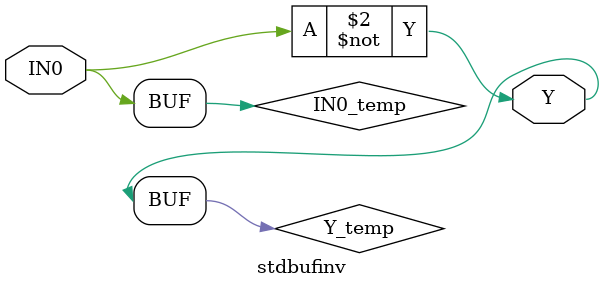
<source format=v>
module stdbufinv(IN0,Y);
  parameter
        d_IN0_r = 0,
        d_IN0_f = 0,
        d_Y_r = 1,
        d_Y_f = 1;
  input  IN0;
  output  Y;
  wire  IN0_temp;
  reg  Y_temp;
  assign #(d_IN0_r,d_IN0_f) IN0_temp = IN0;
  assign #(d_Y_r,d_Y_f) Y = Y_temp;
  always
    @(IN0_temp)
      Y_temp = ( ~ IN0_temp);
endmodule

</source>
